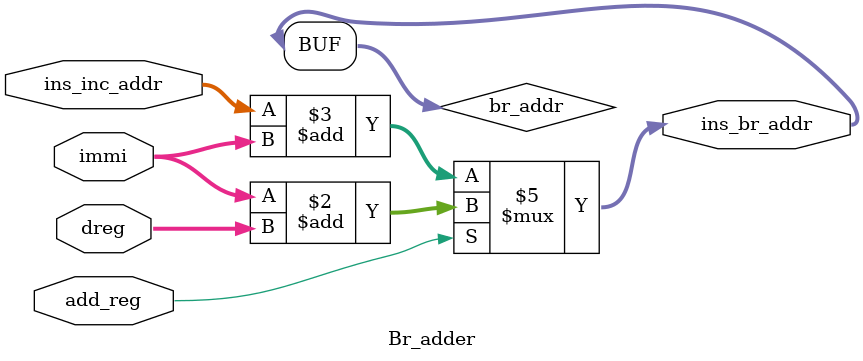
<source format=v>
`timescale 1ns / 1ps
module Br_adder(
    input [13:0] ins_inc_addr,
    input [13:0] immi,
    input [13:0] dreg,
    input add_reg,
    output [13:0] ins_br_addr
    );

     reg [13:0] br_addr;
     assign ins_br_addr = br_addr;

     always @ (*) begin
        if (add_reg) begin
            br_addr = immi + dreg;
        end
        else begin
            br_addr = ins_inc_addr + immi;
        end
     end

endmodule

</source>
